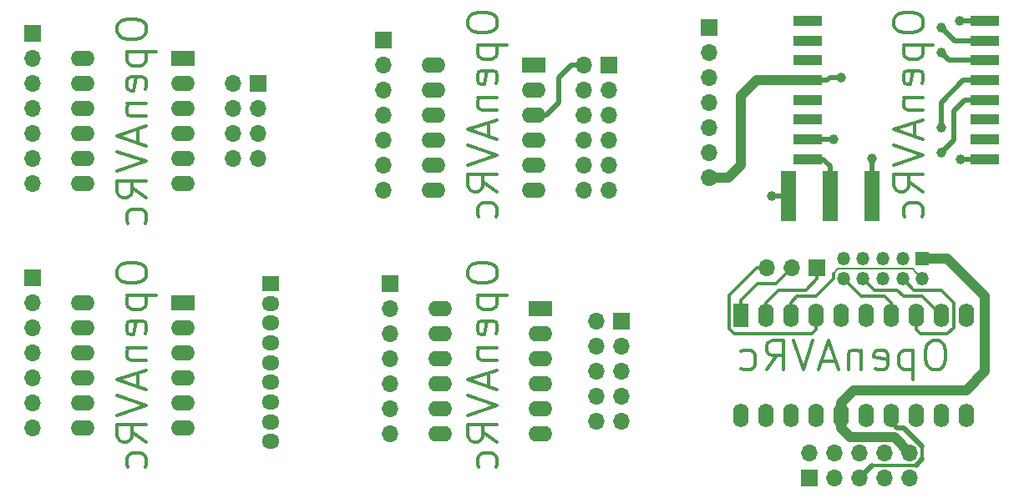
<source format=gbr>
G04 #@! TF.GenerationSoftware,KiCad,Pcbnew,(5.1.5)-3*
G04 #@! TF.CreationDate,2021-05-15T17:54:47+02:00*
G04 #@! TF.ProjectId,Adaptateurs_NiveauxSPI,41646170-7461-4746-9575-72735f4e6976,rev?*
G04 #@! TF.SameCoordinates,Original*
G04 #@! TF.FileFunction,Copper,L2,Bot*
G04 #@! TF.FilePolarity,Positive*
%FSLAX46Y46*%
G04 Gerber Fmt 4.6, Leading zero omitted, Abs format (unit mm)*
G04 Created by KiCad (PCBNEW (5.1.5)-3) date 2021-05-15 17:54:47*
%MOMM*%
%LPD*%
G04 APERTURE LIST*
%ADD10C,0.300000*%
%ADD11O,1.600000X2.400000*%
%ADD12R,1.600000X2.400000*%
%ADD13O,1.700000X1.700000*%
%ADD14R,1.700000X1.700000*%
%ADD15R,1.800000X1.500000*%
%ADD16O,1.800000X1.500000*%
%ADD17R,1.350000X1.350000*%
%ADD18O,1.350000X1.350000*%
%ADD19R,2.400000X1.600000*%
%ADD20O,2.400000X1.600000*%
%ADD21R,3.000000X1.000000*%
%ADD22R,1.500000X5.080000*%
%ADD23C,1.000000*%
%ADD24C,0.500000*%
%ADD25C,1.000000*%
%ADD26C,0.210000*%
G04 APERTURE END LIST*
D10*
X203571857Y-97798142D02*
X203000428Y-97798142D01*
X202714714Y-97941000D01*
X202429000Y-98226714D01*
X202286142Y-98798142D01*
X202286142Y-99798142D01*
X202429000Y-100369571D01*
X202714714Y-100655285D01*
X203000428Y-100798142D01*
X203571857Y-100798142D01*
X203857571Y-100655285D01*
X204143285Y-100369571D01*
X204286142Y-99798142D01*
X204286142Y-98798142D01*
X204143285Y-98226714D01*
X203857571Y-97941000D01*
X203571857Y-97798142D01*
X201000428Y-98798142D02*
X201000428Y-101798142D01*
X201000428Y-98941000D02*
X200714714Y-98798142D01*
X200143285Y-98798142D01*
X199857571Y-98941000D01*
X199714714Y-99083857D01*
X199571857Y-99369571D01*
X199571857Y-100226714D01*
X199714714Y-100512428D01*
X199857571Y-100655285D01*
X200143285Y-100798142D01*
X200714714Y-100798142D01*
X201000428Y-100655285D01*
X197143285Y-100655285D02*
X197429000Y-100798142D01*
X198000428Y-100798142D01*
X198286142Y-100655285D01*
X198429000Y-100369571D01*
X198429000Y-99226714D01*
X198286142Y-98941000D01*
X198000428Y-98798142D01*
X197429000Y-98798142D01*
X197143285Y-98941000D01*
X197000428Y-99226714D01*
X197000428Y-99512428D01*
X198429000Y-99798142D01*
X195714714Y-98798142D02*
X195714714Y-100798142D01*
X195714714Y-99083857D02*
X195571857Y-98941000D01*
X195286142Y-98798142D01*
X194857571Y-98798142D01*
X194571857Y-98941000D01*
X194429000Y-99226714D01*
X194429000Y-100798142D01*
X193143285Y-99941000D02*
X191714714Y-99941000D01*
X193429000Y-100798142D02*
X192429000Y-97798142D01*
X191429000Y-100798142D01*
X190857571Y-97798142D02*
X189857571Y-100798142D01*
X188857571Y-97798142D01*
X186143285Y-100798142D02*
X187143285Y-99369571D01*
X187857571Y-100798142D02*
X187857571Y-97798142D01*
X186714714Y-97798142D01*
X186429000Y-97941000D01*
X186286142Y-98083857D01*
X186143285Y-98369571D01*
X186143285Y-98798142D01*
X186286142Y-99083857D01*
X186429000Y-99226714D01*
X186714714Y-99369571D01*
X187857571Y-99369571D01*
X183571857Y-100655285D02*
X183857571Y-100798142D01*
X184429000Y-100798142D01*
X184714714Y-100655285D01*
X184857571Y-100512428D01*
X185000428Y-100226714D01*
X185000428Y-99369571D01*
X184857571Y-99083857D01*
X184714714Y-98941000D01*
X184429000Y-98798142D01*
X183857571Y-98798142D01*
X183571857Y-98941000D01*
X199017142Y-65287142D02*
X199017142Y-65858571D01*
X199160000Y-66144285D01*
X199445714Y-66430000D01*
X200017142Y-66572857D01*
X201017142Y-66572857D01*
X201588571Y-66430000D01*
X201874285Y-66144285D01*
X202017142Y-65858571D01*
X202017142Y-65287142D01*
X201874285Y-65001428D01*
X201588571Y-64715714D01*
X201017142Y-64572857D01*
X200017142Y-64572857D01*
X199445714Y-64715714D01*
X199160000Y-65001428D01*
X199017142Y-65287142D01*
X200017142Y-67858571D02*
X203017142Y-67858571D01*
X200160000Y-67858571D02*
X200017142Y-68144285D01*
X200017142Y-68715714D01*
X200160000Y-69001428D01*
X200302857Y-69144285D01*
X200588571Y-69287142D01*
X201445714Y-69287142D01*
X201731428Y-69144285D01*
X201874285Y-69001428D01*
X202017142Y-68715714D01*
X202017142Y-68144285D01*
X201874285Y-67858571D01*
X201874285Y-71715714D02*
X202017142Y-71430000D01*
X202017142Y-70858571D01*
X201874285Y-70572857D01*
X201588571Y-70430000D01*
X200445714Y-70430000D01*
X200160000Y-70572857D01*
X200017142Y-70858571D01*
X200017142Y-71430000D01*
X200160000Y-71715714D01*
X200445714Y-71858571D01*
X200731428Y-71858571D01*
X201017142Y-70430000D01*
X200017142Y-73144285D02*
X202017142Y-73144285D01*
X200302857Y-73144285D02*
X200160000Y-73287142D01*
X200017142Y-73572857D01*
X200017142Y-74001428D01*
X200160000Y-74287142D01*
X200445714Y-74430000D01*
X202017142Y-74430000D01*
X201160000Y-75715714D02*
X201160000Y-77144285D01*
X202017142Y-75430000D02*
X199017142Y-76430000D01*
X202017142Y-77430000D01*
X199017142Y-78001428D02*
X202017142Y-79001428D01*
X199017142Y-80001428D01*
X202017142Y-82715714D02*
X200588571Y-81715714D01*
X202017142Y-81001428D02*
X199017142Y-81001428D01*
X199017142Y-82144285D01*
X199160000Y-82430000D01*
X199302857Y-82572857D01*
X199588571Y-82715714D01*
X200017142Y-82715714D01*
X200302857Y-82572857D01*
X200445714Y-82430000D01*
X200588571Y-82144285D01*
X200588571Y-81001428D01*
X201874285Y-85287142D02*
X202017142Y-85001428D01*
X202017142Y-84430000D01*
X201874285Y-84144285D01*
X201731428Y-84001428D01*
X201445714Y-83858571D01*
X200588571Y-83858571D01*
X200302857Y-84001428D01*
X200160000Y-84144285D01*
X200017142Y-84430000D01*
X200017142Y-85001428D01*
X200160000Y-85287142D01*
X120277142Y-65922142D02*
X120277142Y-66493571D01*
X120420000Y-66779285D01*
X120705714Y-67065000D01*
X121277142Y-67207857D01*
X122277142Y-67207857D01*
X122848571Y-67065000D01*
X123134285Y-66779285D01*
X123277142Y-66493571D01*
X123277142Y-65922142D01*
X123134285Y-65636428D01*
X122848571Y-65350714D01*
X122277142Y-65207857D01*
X121277142Y-65207857D01*
X120705714Y-65350714D01*
X120420000Y-65636428D01*
X120277142Y-65922142D01*
X121277142Y-68493571D02*
X124277142Y-68493571D01*
X121420000Y-68493571D02*
X121277142Y-68779285D01*
X121277142Y-69350714D01*
X121420000Y-69636428D01*
X121562857Y-69779285D01*
X121848571Y-69922142D01*
X122705714Y-69922142D01*
X122991428Y-69779285D01*
X123134285Y-69636428D01*
X123277142Y-69350714D01*
X123277142Y-68779285D01*
X123134285Y-68493571D01*
X123134285Y-72350714D02*
X123277142Y-72065000D01*
X123277142Y-71493571D01*
X123134285Y-71207857D01*
X122848571Y-71065000D01*
X121705714Y-71065000D01*
X121420000Y-71207857D01*
X121277142Y-71493571D01*
X121277142Y-72065000D01*
X121420000Y-72350714D01*
X121705714Y-72493571D01*
X121991428Y-72493571D01*
X122277142Y-71065000D01*
X121277142Y-73779285D02*
X123277142Y-73779285D01*
X121562857Y-73779285D02*
X121420000Y-73922142D01*
X121277142Y-74207857D01*
X121277142Y-74636428D01*
X121420000Y-74922142D01*
X121705714Y-75065000D01*
X123277142Y-75065000D01*
X122420000Y-76350714D02*
X122420000Y-77779285D01*
X123277142Y-76065000D02*
X120277142Y-77065000D01*
X123277142Y-78065000D01*
X120277142Y-78636428D02*
X123277142Y-79636428D01*
X120277142Y-80636428D01*
X123277142Y-83350714D02*
X121848571Y-82350714D01*
X123277142Y-81636428D02*
X120277142Y-81636428D01*
X120277142Y-82779285D01*
X120420000Y-83065000D01*
X120562857Y-83207857D01*
X120848571Y-83350714D01*
X121277142Y-83350714D01*
X121562857Y-83207857D01*
X121705714Y-83065000D01*
X121848571Y-82779285D01*
X121848571Y-81636428D01*
X123134285Y-85922142D02*
X123277142Y-85636428D01*
X123277142Y-85065000D01*
X123134285Y-84779285D01*
X122991428Y-84636428D01*
X122705714Y-84493571D01*
X121848571Y-84493571D01*
X121562857Y-84636428D01*
X121420000Y-84779285D01*
X121277142Y-85065000D01*
X121277142Y-85636428D01*
X121420000Y-85922142D01*
X155837142Y-65287142D02*
X155837142Y-65858571D01*
X155980000Y-66144285D01*
X156265714Y-66430000D01*
X156837142Y-66572857D01*
X157837142Y-66572857D01*
X158408571Y-66430000D01*
X158694285Y-66144285D01*
X158837142Y-65858571D01*
X158837142Y-65287142D01*
X158694285Y-65001428D01*
X158408571Y-64715714D01*
X157837142Y-64572857D01*
X156837142Y-64572857D01*
X156265714Y-64715714D01*
X155980000Y-65001428D01*
X155837142Y-65287142D01*
X156837142Y-67858571D02*
X159837142Y-67858571D01*
X156980000Y-67858571D02*
X156837142Y-68144285D01*
X156837142Y-68715714D01*
X156980000Y-69001428D01*
X157122857Y-69144285D01*
X157408571Y-69287142D01*
X158265714Y-69287142D01*
X158551428Y-69144285D01*
X158694285Y-69001428D01*
X158837142Y-68715714D01*
X158837142Y-68144285D01*
X158694285Y-67858571D01*
X158694285Y-71715714D02*
X158837142Y-71430000D01*
X158837142Y-70858571D01*
X158694285Y-70572857D01*
X158408571Y-70430000D01*
X157265714Y-70430000D01*
X156980000Y-70572857D01*
X156837142Y-70858571D01*
X156837142Y-71430000D01*
X156980000Y-71715714D01*
X157265714Y-71858571D01*
X157551428Y-71858571D01*
X157837142Y-70430000D01*
X156837142Y-73144285D02*
X158837142Y-73144285D01*
X157122857Y-73144285D02*
X156980000Y-73287142D01*
X156837142Y-73572857D01*
X156837142Y-74001428D01*
X156980000Y-74287142D01*
X157265714Y-74430000D01*
X158837142Y-74430000D01*
X157980000Y-75715714D02*
X157980000Y-77144285D01*
X158837142Y-75430000D02*
X155837142Y-76430000D01*
X158837142Y-77430000D01*
X155837142Y-78001428D02*
X158837142Y-79001428D01*
X155837142Y-80001428D01*
X158837142Y-82715714D02*
X157408571Y-81715714D01*
X158837142Y-81001428D02*
X155837142Y-81001428D01*
X155837142Y-82144285D01*
X155980000Y-82430000D01*
X156122857Y-82572857D01*
X156408571Y-82715714D01*
X156837142Y-82715714D01*
X157122857Y-82572857D01*
X157265714Y-82430000D01*
X157408571Y-82144285D01*
X157408571Y-81001428D01*
X158694285Y-85287142D02*
X158837142Y-85001428D01*
X158837142Y-84430000D01*
X158694285Y-84144285D01*
X158551428Y-84001428D01*
X158265714Y-83858571D01*
X157408571Y-83858571D01*
X157122857Y-84001428D01*
X156980000Y-84144285D01*
X156837142Y-84430000D01*
X156837142Y-85001428D01*
X156980000Y-85287142D01*
X155837142Y-90687142D02*
X155837142Y-91258571D01*
X155980000Y-91544285D01*
X156265714Y-91830000D01*
X156837142Y-91972857D01*
X157837142Y-91972857D01*
X158408571Y-91830000D01*
X158694285Y-91544285D01*
X158837142Y-91258571D01*
X158837142Y-90687142D01*
X158694285Y-90401428D01*
X158408571Y-90115714D01*
X157837142Y-89972857D01*
X156837142Y-89972857D01*
X156265714Y-90115714D01*
X155980000Y-90401428D01*
X155837142Y-90687142D01*
X156837142Y-93258571D02*
X159837142Y-93258571D01*
X156980000Y-93258571D02*
X156837142Y-93544285D01*
X156837142Y-94115714D01*
X156980000Y-94401428D01*
X157122857Y-94544285D01*
X157408571Y-94687142D01*
X158265714Y-94687142D01*
X158551428Y-94544285D01*
X158694285Y-94401428D01*
X158837142Y-94115714D01*
X158837142Y-93544285D01*
X158694285Y-93258571D01*
X158694285Y-97115714D02*
X158837142Y-96830000D01*
X158837142Y-96258571D01*
X158694285Y-95972857D01*
X158408571Y-95830000D01*
X157265714Y-95830000D01*
X156980000Y-95972857D01*
X156837142Y-96258571D01*
X156837142Y-96830000D01*
X156980000Y-97115714D01*
X157265714Y-97258571D01*
X157551428Y-97258571D01*
X157837142Y-95830000D01*
X156837142Y-98544285D02*
X158837142Y-98544285D01*
X157122857Y-98544285D02*
X156980000Y-98687142D01*
X156837142Y-98972857D01*
X156837142Y-99401428D01*
X156980000Y-99687142D01*
X157265714Y-99830000D01*
X158837142Y-99830000D01*
X157980000Y-101115714D02*
X157980000Y-102544285D01*
X158837142Y-100830000D02*
X155837142Y-101830000D01*
X158837142Y-102830000D01*
X155837142Y-103401428D02*
X158837142Y-104401428D01*
X155837142Y-105401428D01*
X158837142Y-108115714D02*
X157408571Y-107115714D01*
X158837142Y-106401428D02*
X155837142Y-106401428D01*
X155837142Y-107544285D01*
X155980000Y-107830000D01*
X156122857Y-107972857D01*
X156408571Y-108115714D01*
X156837142Y-108115714D01*
X157122857Y-107972857D01*
X157265714Y-107830000D01*
X157408571Y-107544285D01*
X157408571Y-106401428D01*
X158694285Y-110687142D02*
X158837142Y-110401428D01*
X158837142Y-109830000D01*
X158694285Y-109544285D01*
X158551428Y-109401428D01*
X158265714Y-109258571D01*
X157408571Y-109258571D01*
X157122857Y-109401428D01*
X156980000Y-109544285D01*
X156837142Y-109830000D01*
X156837142Y-110401428D01*
X156980000Y-110687142D01*
X120277142Y-90687142D02*
X120277142Y-91258571D01*
X120420000Y-91544285D01*
X120705714Y-91830000D01*
X121277142Y-91972857D01*
X122277142Y-91972857D01*
X122848571Y-91830000D01*
X123134285Y-91544285D01*
X123277142Y-91258571D01*
X123277142Y-90687142D01*
X123134285Y-90401428D01*
X122848571Y-90115714D01*
X122277142Y-89972857D01*
X121277142Y-89972857D01*
X120705714Y-90115714D01*
X120420000Y-90401428D01*
X120277142Y-90687142D01*
X121277142Y-93258571D02*
X124277142Y-93258571D01*
X121420000Y-93258571D02*
X121277142Y-93544285D01*
X121277142Y-94115714D01*
X121420000Y-94401428D01*
X121562857Y-94544285D01*
X121848571Y-94687142D01*
X122705714Y-94687142D01*
X122991428Y-94544285D01*
X123134285Y-94401428D01*
X123277142Y-94115714D01*
X123277142Y-93544285D01*
X123134285Y-93258571D01*
X123134285Y-97115714D02*
X123277142Y-96830000D01*
X123277142Y-96258571D01*
X123134285Y-95972857D01*
X122848571Y-95830000D01*
X121705714Y-95830000D01*
X121420000Y-95972857D01*
X121277142Y-96258571D01*
X121277142Y-96830000D01*
X121420000Y-97115714D01*
X121705714Y-97258571D01*
X121991428Y-97258571D01*
X122277142Y-95830000D01*
X121277142Y-98544285D02*
X123277142Y-98544285D01*
X121562857Y-98544285D02*
X121420000Y-98687142D01*
X121277142Y-98972857D01*
X121277142Y-99401428D01*
X121420000Y-99687142D01*
X121705714Y-99830000D01*
X123277142Y-99830000D01*
X122420000Y-101115714D02*
X122420000Y-102544285D01*
X123277142Y-100830000D02*
X120277142Y-101830000D01*
X123277142Y-102830000D01*
X120277142Y-103401428D02*
X123277142Y-104401428D01*
X120277142Y-105401428D01*
X123277142Y-108115714D02*
X121848571Y-107115714D01*
X123277142Y-106401428D02*
X120277142Y-106401428D01*
X120277142Y-107544285D01*
X120420000Y-107830000D01*
X120562857Y-107972857D01*
X120848571Y-108115714D01*
X121277142Y-108115714D01*
X121562857Y-107972857D01*
X121705714Y-107830000D01*
X121848571Y-107544285D01*
X121848571Y-106401428D01*
X123134285Y-110687142D02*
X123277142Y-110401428D01*
X123277142Y-109830000D01*
X123134285Y-109544285D01*
X122991428Y-109401428D01*
X122705714Y-109258571D01*
X121848571Y-109258571D01*
X121562857Y-109401428D01*
X121420000Y-109544285D01*
X121277142Y-109830000D01*
X121277142Y-110401428D01*
X121420000Y-110687142D01*
D11*
X186055000Y-105410000D03*
X198755000Y-105410000D03*
X188595000Y-105410000D03*
X193675000Y-105410000D03*
X196215000Y-105410000D03*
X191135000Y-105410000D03*
X203835000Y-105410000D03*
X206375000Y-105410000D03*
X201295000Y-105410000D03*
D12*
X183515000Y-95250000D03*
D11*
X186055000Y-95250000D03*
X188595000Y-95250000D03*
X191135000Y-95250000D03*
X193675000Y-95250000D03*
X196215000Y-95250000D03*
X198755000Y-95250000D03*
X201295000Y-95250000D03*
X203835000Y-95250000D03*
X206375000Y-95250000D03*
X183515000Y-105410000D03*
D13*
X111760000Y-81915000D03*
X111760000Y-79375000D03*
X111760000Y-76835000D03*
X111760000Y-74295000D03*
X111760000Y-71755000D03*
X111760000Y-69215000D03*
D14*
X111760000Y-66675000D03*
D13*
X132080000Y-79375000D03*
X134620000Y-79375000D03*
X132080000Y-76835000D03*
X134620000Y-76835000D03*
X132080000Y-74295000D03*
X134620000Y-74295000D03*
X132080000Y-71755000D03*
D14*
X134620000Y-71755000D03*
X147320000Y-67310000D03*
D13*
X147320000Y-69850000D03*
X147320000Y-72390000D03*
X147320000Y-74930000D03*
X147320000Y-77470000D03*
X147320000Y-80010000D03*
X147320000Y-82550000D03*
D14*
X170180000Y-69850000D03*
D13*
X167640000Y-69850000D03*
X170180000Y-72390000D03*
X167640000Y-72390000D03*
X170180000Y-74930000D03*
X167640000Y-74930000D03*
X170180000Y-77470000D03*
X167640000Y-77470000D03*
X170180000Y-80010000D03*
X167640000Y-80010000D03*
X170180000Y-82550000D03*
X167640000Y-82550000D03*
D14*
X111760000Y-91440000D03*
D13*
X111760000Y-93980000D03*
X111760000Y-96520000D03*
X111760000Y-99060000D03*
X111760000Y-101600000D03*
X111760000Y-104140000D03*
X111760000Y-106680000D03*
D15*
X135890000Y-92075000D03*
D16*
X135890000Y-94075000D03*
X135890000Y-96075000D03*
X135890000Y-98075000D03*
X135890000Y-100075000D03*
X135890000Y-102075000D03*
X135890000Y-104075000D03*
X135890000Y-106075000D03*
X135890000Y-108075000D03*
D14*
X147955000Y-92075000D03*
D13*
X147955000Y-94615000D03*
X147955000Y-97155000D03*
X147955000Y-99695000D03*
X147955000Y-102235000D03*
X147955000Y-104775000D03*
X147955000Y-107315000D03*
D14*
X171450000Y-95885000D03*
D13*
X168910000Y-95885000D03*
X171450000Y-98425000D03*
X168910000Y-98425000D03*
X171450000Y-100965000D03*
X168910000Y-100965000D03*
X171450000Y-103505000D03*
X168910000Y-103505000D03*
X171450000Y-106045000D03*
X168910000Y-106045000D03*
X180340000Y-81280000D03*
X180340000Y-78740000D03*
X180340000Y-76200000D03*
X180340000Y-73660000D03*
X180340000Y-71120000D03*
X180340000Y-68580000D03*
D14*
X180340000Y-66040000D03*
D17*
X201930000Y-89535000D03*
D18*
X201930000Y-91535000D03*
X199930000Y-89535000D03*
X199930000Y-91535000D03*
X197930000Y-89535000D03*
X197930000Y-91535000D03*
X195930000Y-89535000D03*
X195930000Y-91535000D03*
X193930000Y-89535000D03*
X193930000Y-91535000D03*
D14*
X191262000Y-90424000D03*
D13*
X188722000Y-90424000D03*
X186182000Y-90424000D03*
D19*
X127000000Y-69215000D03*
D20*
X127000000Y-71755000D03*
X127000000Y-74295000D03*
X127000000Y-76835000D03*
X127000000Y-79375000D03*
X127000000Y-81915000D03*
X116840000Y-81915000D03*
X116840000Y-79375000D03*
X116840000Y-76835000D03*
X116840000Y-74295000D03*
X116840000Y-71755000D03*
X116840000Y-69215000D03*
X152400000Y-69850000D03*
X152400000Y-72390000D03*
X152400000Y-74930000D03*
X152400000Y-77470000D03*
X152400000Y-80010000D03*
X152400000Y-82550000D03*
X162560000Y-82550000D03*
X162560000Y-80010000D03*
X162560000Y-77470000D03*
X162560000Y-74930000D03*
X162560000Y-72390000D03*
D19*
X162560000Y-69850000D03*
D20*
X116840000Y-93980000D03*
X116840000Y-96520000D03*
X116840000Y-99060000D03*
X116840000Y-101600000D03*
X116840000Y-104140000D03*
X116840000Y-106680000D03*
X127000000Y-106680000D03*
X127000000Y-104140000D03*
X127000000Y-101600000D03*
X127000000Y-99060000D03*
X127000000Y-96520000D03*
D19*
X127000000Y-93980000D03*
D20*
X153035000Y-94615000D03*
X153035000Y-97155000D03*
X153035000Y-99695000D03*
X153035000Y-102235000D03*
X153035000Y-104775000D03*
X153035000Y-107315000D03*
X163195000Y-107315000D03*
X163195000Y-104775000D03*
X163195000Y-102235000D03*
X163195000Y-99695000D03*
X163195000Y-97155000D03*
D19*
X163195000Y-94615000D03*
D14*
X190500000Y-111760000D03*
D13*
X190500000Y-109220000D03*
X193040000Y-111760000D03*
X193040000Y-109220000D03*
X195580000Y-111760000D03*
X195580000Y-109220000D03*
X198120000Y-111760000D03*
X198120000Y-109220000D03*
X200660000Y-111760000D03*
X200660000Y-109220000D03*
D21*
X190280000Y-79405000D03*
X190280000Y-77405000D03*
X190280000Y-75405000D03*
X190280000Y-73405000D03*
X190280000Y-71405000D03*
X190280000Y-69405000D03*
X190280000Y-67405000D03*
X190280000Y-65405000D03*
X208280000Y-65405000D03*
X208280000Y-67405000D03*
X208280000Y-69405000D03*
X208280000Y-71405000D03*
X208280000Y-73405000D03*
X208280000Y-75405000D03*
X208280000Y-77405000D03*
X208280000Y-79405000D03*
D22*
X192600000Y-83185000D03*
X188350000Y-83185000D03*
X196850000Y-83185000D03*
D23*
X193675000Y-71120000D03*
X192975000Y-77405000D03*
X205770000Y-79405000D03*
X205740000Y-65405000D03*
X186690000Y-83185000D03*
X196850000Y-79375000D03*
X203835008Y-66040000D03*
X203835000Y-68580000D03*
X203835000Y-76200000D03*
X203835000Y-78740000D03*
D24*
X162560000Y-74930000D02*
X163830000Y-74930000D01*
X166370000Y-69850000D02*
X167640000Y-69850000D01*
X165100000Y-71120000D02*
X166370000Y-69850000D01*
X165100000Y-73660000D02*
X165100000Y-71120000D01*
X163830000Y-74930000D02*
X165100000Y-73660000D01*
D25*
X190280000Y-71405000D02*
X185135000Y-71405000D01*
X185135000Y-71405000D02*
X183515000Y-73025000D01*
X183515000Y-73025000D02*
X183515000Y-80010000D01*
X182245000Y-81280000D02*
X180340000Y-81280000D01*
X183515000Y-80010000D02*
X182245000Y-81280000D01*
D24*
X192280000Y-71405000D02*
X192565000Y-71120000D01*
X190280000Y-71405000D02*
X192280000Y-71405000D01*
X192565000Y-71120000D02*
X193675000Y-71120000D01*
X190280000Y-77405000D02*
X192975000Y-77405000D01*
X208280000Y-79405000D02*
X205770000Y-79405000D01*
X208280000Y-65405000D02*
X206280000Y-65405000D01*
X206280000Y-65405000D02*
X205740000Y-65405000D01*
X188350000Y-83185000D02*
X186690000Y-83185000D01*
X196850000Y-83185000D02*
X196850000Y-79375000D01*
X192600000Y-80145000D02*
X191860000Y-79405000D01*
X191860000Y-79405000D02*
X190280000Y-79405000D01*
X192600000Y-83185000D02*
X192600000Y-80145000D01*
D25*
X194635010Y-107640010D02*
X193675000Y-106680000D01*
X199080010Y-107640010D02*
X194635010Y-107640010D01*
X200660000Y-109220000D02*
X199080010Y-107640010D01*
X193675000Y-106680000D02*
X193675000Y-105410000D01*
X204470000Y-89535000D02*
X201930000Y-89535000D01*
X208280000Y-93345000D02*
X204470000Y-89535000D01*
X193675000Y-104140000D02*
X194945000Y-102870000D01*
X194945000Y-102870000D02*
X206375000Y-102870000D01*
X208280000Y-100965000D02*
X208280000Y-93345000D01*
X193675000Y-105410000D02*
X193675000Y-104140000D01*
X206375000Y-102870000D02*
X208280000Y-100965000D01*
D24*
X195580000Y-111760000D02*
X196850000Y-110490000D01*
D10*
X196850000Y-110490000D02*
X201295000Y-110490000D01*
D24*
X201295000Y-110490000D02*
X201930000Y-109855000D01*
D10*
X201930000Y-109855000D02*
X201930000Y-108585000D01*
D24*
X199390000Y-106680000D02*
X198755000Y-106045000D01*
X201930000Y-108585000D02*
X200025000Y-106680000D01*
X198755000Y-106045000D02*
X198755000Y-105410000D01*
X200025000Y-106680000D02*
X199390000Y-106680000D01*
D26*
X201255001Y-90860001D02*
X201930000Y-91535000D01*
X200939999Y-90544999D02*
X201255001Y-90860001D01*
X193388199Y-90544999D02*
X200939999Y-90544999D01*
X192894999Y-91038199D02*
X193388199Y-90544999D01*
D10*
X192894999Y-91585001D02*
X192894999Y-91038199D01*
X189230000Y-93345000D02*
X191135000Y-93345000D01*
X188595000Y-95250000D02*
X188595000Y-93980000D01*
X191135000Y-93345000D02*
X192894999Y-91585001D01*
X188595000Y-93980000D02*
X189230000Y-93345000D01*
X205105000Y-93980000D02*
X203835000Y-92710000D01*
X201295000Y-96750000D02*
X201700000Y-97155000D01*
X201700000Y-97155000D02*
X204470000Y-97155000D01*
X201295000Y-95250000D02*
X201295000Y-96750000D01*
X201105000Y-92710000D02*
X199930000Y-91535000D01*
X205105000Y-96520000D02*
X205105000Y-93980000D01*
X203835000Y-92710000D02*
X201105000Y-92710000D01*
X204470000Y-97155000D02*
X205105000Y-96520000D01*
X200025000Y-93345000D02*
X199390000Y-92710000D01*
X197105000Y-92710000D02*
X195930000Y-91535000D01*
X203835000Y-95250000D02*
X201930000Y-93345000D01*
X199390000Y-92710000D02*
X197105000Y-92710000D01*
X201930000Y-93345000D02*
X200025000Y-93345000D01*
X195740000Y-93345000D02*
X193930000Y-91535000D01*
X198120000Y-93345000D02*
X195740000Y-93345000D01*
X198755000Y-95250000D02*
X198755000Y-93980000D01*
X198755000Y-93980000D02*
X198120000Y-93345000D01*
X190126000Y-92710000D02*
X191262000Y-91574000D01*
X187325000Y-92710000D02*
X190126000Y-92710000D01*
X186055000Y-95250000D02*
X186055000Y-93980000D01*
X191262000Y-91574000D02*
X191262000Y-90424000D01*
X186055000Y-93980000D02*
X187325000Y-92710000D01*
X183515000Y-93750000D02*
X185190000Y-92075000D01*
X183515000Y-95250000D02*
X183515000Y-93750000D01*
X187071000Y-92075000D02*
X188722000Y-90424000D01*
X185190000Y-92075000D02*
X187071000Y-92075000D01*
X185166000Y-90424000D02*
X186182000Y-90424000D01*
X191135000Y-95250000D02*
X191135000Y-96750000D01*
X191135000Y-96750000D02*
X190730000Y-97155000D01*
X190730000Y-97155000D02*
X182880000Y-97155000D01*
X182354999Y-93235001D02*
X185166000Y-90424000D01*
X182354999Y-96629999D02*
X182354999Y-93235001D01*
X182880000Y-97155000D02*
X182354999Y-96629999D01*
D24*
X208280000Y-67405000D02*
X205200008Y-67405000D01*
X205200008Y-67405000D02*
X203835008Y-66040000D01*
X208280000Y-69405000D02*
X204660000Y-69405000D01*
X204660000Y-69405000D02*
X203835000Y-68580000D01*
X203835000Y-75492894D02*
X203835000Y-76200000D01*
X203835000Y-73660000D02*
X203835000Y-75492894D01*
X208280000Y-71405000D02*
X206090000Y-71405000D01*
X206090000Y-71405000D02*
X203835000Y-73660000D01*
X205105000Y-74550000D02*
X205105000Y-77470000D01*
X205105000Y-77470000D02*
X203835000Y-78740000D01*
X208280000Y-73405000D02*
X206250000Y-73405000D01*
X206250000Y-73405000D02*
X205105000Y-74550000D01*
M02*

</source>
